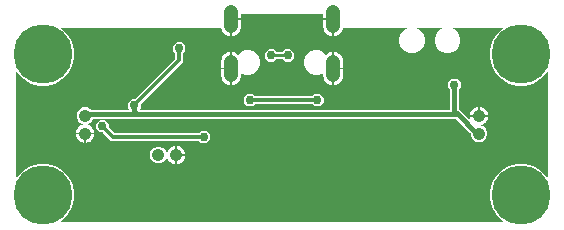
<source format=gbr>
G04 EAGLE Gerber RS-274X export*
G75*
%MOMM*%
%FSLAX34Y34*%
%LPD*%
%INBottom Copper*%
%IPPOS*%
%AMOC8*
5,1,8,0,0,1.08239X$1,22.5*%
G01*
%ADD10C,1.158000*%
%ADD11C,1.058000*%
%ADD12C,0.756400*%
%ADD13C,0.304800*%
%ADD14C,0.254000*%
%ADD15C,0.406400*%
%ADD16C,5.000000*%

G36*
X425152Y37022D02*
X425152Y37022D01*
X425225Y37035D01*
X425235Y37042D01*
X425247Y37045D01*
X425305Y37093D01*
X425366Y37136D01*
X425372Y37147D01*
X425381Y37155D01*
X425412Y37223D01*
X425447Y37289D01*
X425447Y37302D01*
X425452Y37313D01*
X425449Y37388D01*
X425451Y37463D01*
X425446Y37474D01*
X425445Y37486D01*
X425410Y37552D01*
X425378Y37620D01*
X425368Y37629D01*
X425363Y37639D01*
X425332Y37660D01*
X425269Y37715D01*
X424245Y38306D01*
X419306Y43245D01*
X415814Y49293D01*
X414007Y56039D01*
X414007Y63023D01*
X415814Y69769D01*
X419306Y75818D01*
X424245Y80756D01*
X430293Y84248D01*
X437039Y86056D01*
X444023Y86056D01*
X450769Y84248D01*
X456818Y80756D01*
X461756Y75818D01*
X462348Y74794D01*
X462399Y74739D01*
X462446Y74681D01*
X462458Y74676D01*
X462466Y74667D01*
X462536Y74641D01*
X462604Y74611D01*
X462617Y74611D01*
X462628Y74607D01*
X462703Y74614D01*
X462778Y74617D01*
X462788Y74623D01*
X462801Y74624D01*
X462864Y74664D01*
X462930Y74700D01*
X462937Y74710D01*
X462947Y74717D01*
X462987Y74781D01*
X463030Y74842D01*
X463032Y74855D01*
X463038Y74864D01*
X463041Y74902D01*
X463057Y74984D01*
X463057Y163141D01*
X463040Y163214D01*
X463028Y163288D01*
X463021Y163298D01*
X463018Y163310D01*
X462970Y163368D01*
X462926Y163428D01*
X462915Y163434D01*
X462907Y163444D01*
X462839Y163474D01*
X462773Y163509D01*
X462761Y163509D01*
X462749Y163514D01*
X462675Y163512D01*
X462600Y163514D01*
X462589Y163508D01*
X462576Y163508D01*
X462510Y163472D01*
X462443Y163441D01*
X462434Y163430D01*
X462424Y163425D01*
X462402Y163394D01*
X462348Y163331D01*
X461756Y162307D01*
X456818Y157369D01*
X450769Y153877D01*
X444023Y152069D01*
X437039Y152069D01*
X430293Y153877D01*
X424245Y157369D01*
X419306Y162307D01*
X415814Y168356D01*
X414007Y175102D01*
X414007Y182086D01*
X415814Y188832D01*
X419306Y194880D01*
X424245Y199819D01*
X425269Y200410D01*
X425323Y200461D01*
X425381Y200509D01*
X425386Y200520D01*
X425395Y200529D01*
X425421Y200599D01*
X425452Y200667D01*
X425451Y200679D01*
X425456Y200691D01*
X425448Y200765D01*
X425445Y200840D01*
X425439Y200851D01*
X425438Y200863D01*
X425398Y200927D01*
X425363Y200992D01*
X425353Y200999D01*
X425346Y201010D01*
X425282Y201049D01*
X425221Y201092D01*
X425208Y201095D01*
X425198Y201100D01*
X425160Y201104D01*
X425079Y201120D01*
X382789Y201120D01*
X382777Y201117D01*
X382764Y201119D01*
X382693Y201097D01*
X382621Y201080D01*
X382611Y201072D01*
X382598Y201068D01*
X382544Y201017D01*
X382487Y200970D01*
X382482Y200958D01*
X382472Y200949D01*
X382446Y200880D01*
X382416Y200812D01*
X382417Y200799D01*
X382412Y200787D01*
X382420Y200713D01*
X382423Y200639D01*
X382429Y200627D01*
X382430Y200614D01*
X382470Y200552D01*
X382505Y200486D01*
X382516Y200479D01*
X382523Y200468D01*
X382644Y200388D01*
X384292Y199706D01*
X387346Y196651D01*
X388999Y192660D01*
X388999Y188340D01*
X387346Y184349D01*
X384292Y181294D01*
X380301Y179641D01*
X375981Y179641D01*
X371990Y181294D01*
X368935Y184349D01*
X367282Y188340D01*
X367282Y192660D01*
X368935Y196651D01*
X371990Y199706D01*
X373637Y200388D01*
X373648Y200396D01*
X373661Y200399D01*
X373718Y200446D01*
X373778Y200489D01*
X373784Y200501D01*
X373794Y200509D01*
X373825Y200577D01*
X373859Y200642D01*
X373860Y200655D01*
X373865Y200667D01*
X373862Y200741D01*
X373864Y200815D01*
X373859Y200827D01*
X373859Y200840D01*
X373823Y200905D01*
X373792Y200973D01*
X373782Y200981D01*
X373776Y200992D01*
X373715Y201035D01*
X373657Y201082D01*
X373645Y201085D01*
X373634Y201092D01*
X373492Y201120D01*
X352789Y201120D01*
X352777Y201117D01*
X352764Y201119D01*
X352693Y201097D01*
X352621Y201080D01*
X352611Y201072D01*
X352598Y201068D01*
X352544Y201017D01*
X352487Y200970D01*
X352482Y200958D01*
X352472Y200949D01*
X352446Y200880D01*
X352416Y200812D01*
X352417Y200799D01*
X352412Y200787D01*
X352420Y200713D01*
X352423Y200639D01*
X352429Y200627D01*
X352430Y200614D01*
X352470Y200552D01*
X352505Y200486D01*
X352516Y200479D01*
X352523Y200468D01*
X352644Y200388D01*
X354292Y199706D01*
X357346Y196651D01*
X358999Y192660D01*
X358999Y188340D01*
X357346Y184349D01*
X354292Y181294D01*
X350301Y179641D01*
X345981Y179641D01*
X341990Y181294D01*
X338935Y184349D01*
X337282Y188340D01*
X337282Y192660D01*
X338935Y196651D01*
X341990Y199706D01*
X343637Y200388D01*
X343648Y200396D01*
X343661Y200399D01*
X343718Y200446D01*
X343778Y200489D01*
X343784Y200501D01*
X343794Y200509D01*
X343825Y200577D01*
X343859Y200642D01*
X343860Y200655D01*
X343865Y200667D01*
X343862Y200741D01*
X343864Y200815D01*
X343859Y200827D01*
X343859Y200840D01*
X343823Y200905D01*
X343792Y200973D01*
X343782Y200981D01*
X343776Y200992D01*
X343715Y201035D01*
X343657Y201082D01*
X343645Y201085D01*
X343634Y201092D01*
X343492Y201120D01*
X289843Y201120D01*
X289829Y201116D01*
X289815Y201119D01*
X289745Y201097D01*
X289674Y201080D01*
X289663Y201071D01*
X289650Y201067D01*
X289597Y201017D01*
X289540Y200970D01*
X289535Y200957D01*
X289525Y200948D01*
X289470Y200814D01*
X289349Y200205D01*
X289336Y200139D01*
X288708Y198623D01*
X287796Y197259D01*
X286635Y196098D01*
X285271Y195187D01*
X283755Y194559D01*
X282146Y194239D01*
X282086Y194239D01*
X282086Y205114D01*
X282073Y205172D01*
X282073Y205177D01*
X282071Y205180D01*
X282069Y205188D01*
X282056Y205263D01*
X282049Y205273D01*
X282047Y205283D01*
X282023Y205312D01*
X281975Y205383D01*
X281213Y206145D01*
X281191Y206159D01*
X281175Y206179D01*
X281118Y206204D01*
X281066Y206237D01*
X281040Y206239D01*
X281016Y206250D01*
X280955Y206247D01*
X280893Y206253D01*
X280869Y206244D01*
X280843Y206243D01*
X280789Y206214D01*
X280731Y206192D01*
X280714Y206173D01*
X280691Y206160D01*
X280656Y206110D01*
X280614Y206064D01*
X280606Y206040D01*
X280591Y206019D01*
X280575Y205934D01*
X280564Y205898D01*
X280566Y205888D01*
X280564Y205876D01*
X280564Y194239D01*
X280504Y194239D01*
X278895Y194559D01*
X277379Y195187D01*
X276015Y196098D01*
X274854Y197259D01*
X273942Y198623D01*
X273314Y200139D01*
X272994Y201749D01*
X272994Y207598D01*
X279635Y207598D01*
X279673Y207607D01*
X279711Y207606D01*
X279756Y207626D01*
X279804Y207638D01*
X279834Y207662D01*
X279869Y207678D01*
X279900Y207716D01*
X279938Y207748D01*
X279954Y207783D01*
X279978Y207813D01*
X279988Y207861D01*
X280009Y207906D01*
X280007Y207944D01*
X280016Y207982D01*
X280004Y208041D01*
X280002Y208079D01*
X279992Y208097D01*
X279987Y208124D01*
X279671Y208886D01*
X279634Y208938D01*
X279604Y208993D01*
X279584Y209007D01*
X279570Y209027D01*
X279514Y209056D01*
X279462Y209093D01*
X279436Y209098D01*
X279417Y209108D01*
X279379Y209109D01*
X279320Y209121D01*
X272994Y209121D01*
X272994Y212646D01*
X272983Y212695D01*
X272981Y212746D01*
X272963Y212779D01*
X272955Y212814D01*
X272922Y212854D01*
X272898Y212899D01*
X272868Y212920D01*
X272845Y212948D01*
X272798Y212969D01*
X272756Y212998D01*
X272714Y213006D01*
X272686Y213019D01*
X272656Y213018D01*
X272614Y213026D01*
X203636Y213026D01*
X203586Y213014D01*
X203535Y213012D01*
X203503Y212995D01*
X203467Y212986D01*
X203428Y212954D01*
X203383Y212930D01*
X203362Y212900D01*
X203334Y212876D01*
X203313Y212830D01*
X203283Y212788D01*
X203275Y212746D01*
X203263Y212718D01*
X203264Y212688D01*
X203256Y212646D01*
X203256Y209121D01*
X196930Y209121D01*
X196868Y209106D01*
X196805Y209099D01*
X196785Y209087D01*
X196762Y209081D01*
X196712Y209041D01*
X196659Y209007D01*
X196644Y208984D01*
X196628Y208971D01*
X196612Y208937D01*
X196579Y208886D01*
X196263Y208124D01*
X196257Y208086D01*
X196241Y208051D01*
X196243Y208002D01*
X196235Y207953D01*
X196246Y207916D01*
X196248Y207878D01*
X196271Y207834D01*
X196286Y207787D01*
X196312Y207759D01*
X196331Y207725D01*
X196371Y207697D01*
X196405Y207661D01*
X196441Y207648D01*
X196472Y207626D01*
X196532Y207614D01*
X196567Y207601D01*
X196588Y207603D01*
X196615Y207598D01*
X203256Y207598D01*
X203256Y201749D01*
X203176Y201346D01*
X203100Y200966D01*
X203100Y200965D01*
X202949Y200205D01*
X202936Y200139D01*
X202308Y198623D01*
X201396Y197259D01*
X200235Y196098D01*
X198871Y195187D01*
X197355Y194559D01*
X195746Y194239D01*
X195686Y194239D01*
X195686Y205876D01*
X195680Y205901D01*
X195683Y205927D01*
X195661Y205985D01*
X195647Y206045D01*
X195630Y206065D01*
X195621Y206089D01*
X195576Y206131D01*
X195537Y206179D01*
X195513Y206189D01*
X195494Y206207D01*
X195435Y206224D01*
X195378Y206250D01*
X195353Y206249D01*
X195328Y206256D01*
X195267Y206245D01*
X195205Y206243D01*
X195183Y206231D01*
X195157Y206226D01*
X195086Y206178D01*
X195053Y206160D01*
X195047Y206152D01*
X195037Y206145D01*
X194275Y205383D01*
X194235Y205319D01*
X194191Y205257D01*
X194189Y205245D01*
X194184Y205236D01*
X194180Y205199D01*
X194164Y205114D01*
X194164Y194239D01*
X194104Y194239D01*
X192495Y194559D01*
X190979Y195187D01*
X189615Y196098D01*
X188454Y197259D01*
X187542Y198623D01*
X186914Y200139D01*
X186780Y200814D01*
X186775Y200826D01*
X186774Y200840D01*
X186739Y200905D01*
X186709Y200971D01*
X186698Y200980D01*
X186691Y200992D01*
X186631Y201034D01*
X186574Y201081D01*
X186561Y201084D01*
X186550Y201092D01*
X186407Y201120D01*
X51171Y201120D01*
X51098Y201103D01*
X51025Y201090D01*
X51015Y201083D01*
X51003Y201080D01*
X50945Y201032D01*
X50884Y200989D01*
X50878Y200978D01*
X50869Y200970D01*
X50838Y200902D01*
X50803Y200836D01*
X50803Y200823D01*
X50798Y200812D01*
X50801Y200737D01*
X50799Y200662D01*
X50804Y200651D01*
X50805Y200639D01*
X50840Y200573D01*
X50872Y200505D01*
X50882Y200496D01*
X50887Y200486D01*
X50918Y200465D01*
X50981Y200410D01*
X52005Y199819D01*
X56944Y194880D01*
X60436Y188832D01*
X62243Y182086D01*
X62243Y175102D01*
X60436Y168356D01*
X56944Y162307D01*
X52005Y157369D01*
X45957Y153877D01*
X39211Y152069D01*
X32227Y152069D01*
X25481Y153877D01*
X19432Y157369D01*
X14494Y162307D01*
X13902Y163331D01*
X13851Y163386D01*
X13804Y163444D01*
X13792Y163449D01*
X13784Y163458D01*
X13714Y163484D01*
X13646Y163514D01*
X13633Y163514D01*
X13622Y163518D01*
X13547Y163511D01*
X13472Y163508D01*
X13462Y163502D01*
X13449Y163501D01*
X13386Y163461D01*
X13320Y163425D01*
X13313Y163415D01*
X13303Y163408D01*
X13263Y163344D01*
X13220Y163283D01*
X13218Y163270D01*
X13212Y163261D01*
X13209Y163223D01*
X13193Y163141D01*
X13193Y74984D01*
X13210Y74911D01*
X13222Y74837D01*
X13229Y74827D01*
X13232Y74815D01*
X13280Y74757D01*
X13324Y74697D01*
X13335Y74691D01*
X13343Y74681D01*
X13411Y74651D01*
X13477Y74616D01*
X13489Y74616D01*
X13501Y74611D01*
X13575Y74613D01*
X13650Y74611D01*
X13661Y74617D01*
X13674Y74617D01*
X13740Y74653D01*
X13807Y74684D01*
X13816Y74695D01*
X13826Y74700D01*
X13848Y74731D01*
X13902Y74794D01*
X14494Y75818D01*
X19432Y80756D01*
X25481Y84248D01*
X32227Y86056D01*
X39211Y86056D01*
X45957Y84248D01*
X52005Y80756D01*
X56944Y75818D01*
X60436Y69769D01*
X60480Y69606D01*
X60989Y67705D01*
X61498Y65804D01*
X61499Y65804D01*
X62008Y63902D01*
X62243Y63023D01*
X62243Y56039D01*
X60436Y49293D01*
X56944Y43245D01*
X52005Y38306D01*
X50981Y37715D01*
X50927Y37664D01*
X50869Y37616D01*
X50864Y37605D01*
X50855Y37596D01*
X50829Y37526D01*
X50798Y37458D01*
X50799Y37446D01*
X50794Y37434D01*
X50802Y37360D01*
X50805Y37285D01*
X50811Y37274D01*
X50812Y37262D01*
X50852Y37198D01*
X50887Y37133D01*
X50897Y37126D01*
X50904Y37115D01*
X50968Y37076D01*
X51029Y37033D01*
X51042Y37030D01*
X51052Y37025D01*
X51090Y37021D01*
X51171Y37005D01*
X425079Y37005D01*
X425152Y37022D01*
G37*
%LPC*%
G36*
X403406Y104494D02*
X403406Y104494D01*
X400808Y105570D01*
X398820Y107558D01*
X397744Y110156D01*
X397744Y111585D01*
X397726Y111659D01*
X397713Y111733D01*
X397707Y111743D01*
X397704Y111753D01*
X397681Y111782D01*
X397632Y111853D01*
X385345Y124140D01*
X385281Y124180D01*
X385219Y124224D01*
X385207Y124226D01*
X385198Y124232D01*
X385161Y124235D01*
X385077Y124252D01*
X78386Y124252D01*
X78324Y124237D01*
X78261Y124231D01*
X78240Y124218D01*
X78217Y124212D01*
X78168Y124172D01*
X78114Y124138D01*
X78099Y124115D01*
X78083Y124102D01*
X78068Y124068D01*
X78034Y124017D01*
X77430Y122558D01*
X75442Y120570D01*
X73632Y119820D01*
X73581Y119784D01*
X73526Y119754D01*
X73511Y119734D01*
X73491Y119719D01*
X73462Y119664D01*
X73425Y119613D01*
X73421Y119588D01*
X73410Y119566D01*
X73408Y119504D01*
X73398Y119442D01*
X73405Y119418D01*
X73405Y119393D01*
X73431Y119336D01*
X73449Y119276D01*
X73467Y119258D01*
X73477Y119236D01*
X73526Y119196D01*
X73569Y119151D01*
X73595Y119140D01*
X73612Y119127D01*
X73648Y119118D01*
X73703Y119096D01*
X73722Y119092D01*
X75147Y118502D01*
X76429Y117645D01*
X77520Y116554D01*
X78377Y115272D01*
X78967Y113847D01*
X79268Y112334D01*
X79268Y112324D01*
X71819Y112324D01*
X71769Y112312D01*
X71718Y112310D01*
X71686Y112293D01*
X71650Y112284D01*
X71611Y112252D01*
X71566Y112227D01*
X71545Y112197D01*
X71516Y112174D01*
X71495Y112127D01*
X71466Y112086D01*
X71458Y112044D01*
X71445Y112016D01*
X71446Y111989D01*
X71445Y111987D01*
X71446Y111981D01*
X71438Y111943D01*
X71438Y111562D01*
X71437Y111562D01*
X71437Y111943D01*
X71425Y111993D01*
X71423Y112044D01*
X71406Y112076D01*
X71397Y112112D01*
X71365Y112152D01*
X71340Y112196D01*
X71310Y112217D01*
X71287Y112246D01*
X71240Y112267D01*
X71199Y112296D01*
X71157Y112304D01*
X71129Y112317D01*
X71098Y112316D01*
X71056Y112324D01*
X63607Y112324D01*
X63607Y112334D01*
X63660Y112603D01*
X63736Y112983D01*
X63908Y113847D01*
X64498Y115272D01*
X65355Y116554D01*
X66446Y117645D01*
X67728Y118502D01*
X69153Y119092D01*
X69172Y119096D01*
X69229Y119122D01*
X69289Y119140D01*
X69307Y119157D01*
X69330Y119168D01*
X69369Y119216D01*
X69415Y119259D01*
X69424Y119283D01*
X69439Y119302D01*
X69453Y119363D01*
X69475Y119422D01*
X69472Y119446D01*
X69478Y119471D01*
X69463Y119532D01*
X69457Y119594D01*
X69444Y119615D01*
X69438Y119639D01*
X69398Y119687D01*
X69364Y119740D01*
X69341Y119756D01*
X69327Y119772D01*
X69293Y119788D01*
X69243Y119820D01*
X67433Y120570D01*
X65445Y122558D01*
X64369Y125156D01*
X64369Y127969D01*
X65445Y130567D01*
X67433Y132555D01*
X70031Y133631D01*
X72844Y133631D01*
X75442Y132555D01*
X76012Y131985D01*
X76077Y131945D01*
X76139Y131901D01*
X76151Y131899D01*
X76159Y131893D01*
X76196Y131890D01*
X76281Y131873D01*
X108104Y131873D01*
X108130Y131879D01*
X108155Y131877D01*
X108213Y131899D01*
X108273Y131913D01*
X108293Y131929D01*
X108317Y131938D01*
X108359Y131984D01*
X108407Y132023D01*
X108417Y132046D01*
X108435Y132065D01*
X108452Y132125D01*
X108478Y132181D01*
X108477Y132207D01*
X108484Y132232D01*
X108473Y132292D01*
X108471Y132354D01*
X108459Y132377D01*
X108454Y132402D01*
X108406Y132474D01*
X108388Y132506D01*
X108380Y132512D01*
X108373Y132522D01*
X107693Y133202D01*
X107693Y137599D01*
X110802Y140707D01*
X113478Y140707D01*
X113552Y140725D01*
X113627Y140738D01*
X113637Y140744D01*
X113647Y140747D01*
X113676Y140770D01*
X113747Y140819D01*
X147586Y174657D01*
X147626Y174722D01*
X147670Y174784D01*
X147672Y174796D01*
X147677Y174804D01*
X147681Y174841D01*
X147697Y174926D01*
X147697Y179453D01*
X147680Y179527D01*
X147667Y179602D01*
X147660Y179612D01*
X147658Y179622D01*
X147634Y179650D01*
X147586Y179722D01*
X145693Y181614D01*
X145693Y186011D01*
X148802Y189119D01*
X153198Y189119D01*
X156307Y186011D01*
X156307Y181614D01*
X154414Y179722D01*
X154374Y179657D01*
X154330Y179595D01*
X154328Y179583D01*
X154323Y179575D01*
X154319Y179538D01*
X154303Y179453D01*
X154303Y172032D01*
X118418Y136148D01*
X118394Y136108D01*
X118385Y136101D01*
X118374Y136078D01*
X118334Y136021D01*
X118332Y136009D01*
X118327Y136001D01*
X118323Y135964D01*
X118314Y135943D01*
X118315Y135919D01*
X118307Y135879D01*
X118307Y133202D01*
X117627Y132522D01*
X117613Y132500D01*
X117593Y132484D01*
X117568Y132428D01*
X117535Y132375D01*
X117533Y132350D01*
X117522Y132326D01*
X117525Y132264D01*
X117519Y132203D01*
X117528Y132179D01*
X117529Y132153D01*
X117558Y132098D01*
X117580Y132041D01*
X117599Y132023D01*
X117612Y132001D01*
X117662Y131965D01*
X117707Y131923D01*
X117732Y131916D01*
X117753Y131901D01*
X117838Y131884D01*
X117874Y131874D01*
X117884Y131876D01*
X117896Y131873D01*
X379809Y131873D01*
X379859Y131885D01*
X379910Y131887D01*
X379942Y131904D01*
X379978Y131913D01*
X380017Y131945D01*
X380062Y131970D01*
X380083Y132000D01*
X380111Y132023D01*
X380132Y132070D01*
X380162Y132111D01*
X380170Y132153D01*
X380182Y132181D01*
X380181Y132212D01*
X380189Y132253D01*
X380189Y148961D01*
X380172Y149035D01*
X380159Y149110D01*
X380152Y149120D01*
X380150Y149130D01*
X380126Y149158D01*
X380078Y149230D01*
X378693Y150614D01*
X378693Y155011D01*
X381802Y158119D01*
X386198Y158119D01*
X389307Y155011D01*
X389307Y150614D01*
X387922Y149230D01*
X387882Y149165D01*
X387838Y149103D01*
X387836Y149091D01*
X387831Y149083D01*
X387827Y149046D01*
X387811Y148961D01*
X387811Y132611D01*
X387828Y132537D01*
X387841Y132462D01*
X387848Y132452D01*
X387850Y132442D01*
X387874Y132413D01*
X387922Y132342D01*
X388280Y131985D01*
X396848Y123416D01*
X396859Y123409D01*
X396867Y123399D01*
X396932Y123364D01*
X396995Y123325D01*
X397008Y123324D01*
X397020Y123317D01*
X397094Y123315D01*
X397168Y123308D01*
X397180Y123313D01*
X397193Y123312D01*
X397260Y123343D01*
X397330Y123370D01*
X397338Y123379D01*
X397350Y123385D01*
X397397Y123443D01*
X397447Y123497D01*
X397451Y123509D01*
X397459Y123520D01*
X397475Y123592D01*
X397496Y123663D01*
X397494Y123676D01*
X397497Y123689D01*
X397477Y123787D01*
X397476Y123803D01*
X397472Y123811D01*
X397468Y123831D01*
X397283Y124278D01*
X396982Y125791D01*
X396982Y125801D01*
X404431Y125801D01*
X404481Y125813D01*
X404532Y125815D01*
X404564Y125832D01*
X404600Y125841D01*
X404639Y125873D01*
X404684Y125898D01*
X404705Y125928D01*
X404734Y125951D01*
X404755Y125998D01*
X404784Y126039D01*
X404792Y126081D01*
X404805Y126109D01*
X404803Y126140D01*
X404812Y126182D01*
X404812Y126563D01*
X404813Y126563D01*
X404813Y126182D01*
X404825Y126132D01*
X404827Y126081D01*
X404844Y126049D01*
X404853Y126013D01*
X404885Y125973D01*
X404910Y125929D01*
X404940Y125908D01*
X404963Y125879D01*
X405010Y125858D01*
X405051Y125829D01*
X405093Y125821D01*
X405121Y125808D01*
X405152Y125809D01*
X405194Y125801D01*
X412643Y125801D01*
X412643Y125791D01*
X412545Y125296D01*
X412469Y124916D01*
X412469Y124915D01*
X412393Y124535D01*
X412342Y124278D01*
X411752Y122853D01*
X410895Y121571D01*
X409804Y120480D01*
X408522Y119623D01*
X407097Y119033D01*
X407078Y119029D01*
X407021Y119003D01*
X406961Y118985D01*
X406943Y118968D01*
X406920Y118957D01*
X406881Y118909D01*
X406835Y118866D01*
X406826Y118842D01*
X406811Y118823D01*
X406797Y118762D01*
X406775Y118703D01*
X406778Y118679D01*
X406772Y118654D01*
X406787Y118593D01*
X406793Y118531D01*
X406806Y118510D01*
X406812Y118486D01*
X406852Y118438D01*
X406886Y118385D01*
X406909Y118369D01*
X406923Y118353D01*
X406957Y118337D01*
X407007Y118305D01*
X408817Y117555D01*
X410805Y115567D01*
X411881Y112969D01*
X411881Y110156D01*
X410805Y107558D01*
X408817Y105570D01*
X406219Y104494D01*
X403406Y104494D01*
G37*
%LPD*%
%LPC*%
G36*
X169802Y103506D02*
X169802Y103506D01*
X167909Y105398D01*
X167845Y105438D01*
X167783Y105482D01*
X167771Y105484D01*
X167762Y105490D01*
X167725Y105493D01*
X167640Y105510D01*
X93632Y105510D01*
X86747Y112394D01*
X86683Y112434D01*
X86621Y112478D01*
X86609Y112480D01*
X86600Y112486D01*
X86563Y112489D01*
X86478Y112506D01*
X83802Y112506D01*
X80693Y115614D01*
X80693Y120011D01*
X83802Y123119D01*
X88198Y123119D01*
X91307Y120011D01*
X91307Y117334D01*
X91324Y117260D01*
X91337Y117185D01*
X91344Y117175D01*
X91346Y117165D01*
X91370Y117137D01*
X91418Y117065D01*
X96257Y112227D01*
X96321Y112187D01*
X96383Y112143D01*
X96395Y112141D01*
X96404Y112135D01*
X96441Y112132D01*
X96526Y112115D01*
X167640Y112115D01*
X167714Y112133D01*
X167789Y112146D01*
X167799Y112152D01*
X167809Y112155D01*
X167838Y112178D01*
X167909Y112227D01*
X169802Y114119D01*
X174198Y114119D01*
X177307Y111011D01*
X177307Y106614D01*
X174198Y103506D01*
X169802Y103506D01*
G37*
%LPD*%
%LPC*%
G36*
X208802Y134506D02*
X208802Y134506D01*
X205693Y137614D01*
X205693Y142011D01*
X208802Y145119D01*
X213198Y145119D01*
X215091Y143227D01*
X215155Y143187D01*
X215217Y143143D01*
X215229Y143141D01*
X215238Y143135D01*
X215275Y143132D01*
X215360Y143115D01*
X263640Y143115D01*
X263714Y143133D01*
X263789Y143146D01*
X263799Y143152D01*
X263809Y143155D01*
X263838Y143178D01*
X263909Y143227D01*
X265802Y145119D01*
X270198Y145119D01*
X273307Y142011D01*
X273307Y137614D01*
X270198Y134506D01*
X265802Y134506D01*
X263909Y136398D01*
X263845Y136438D01*
X263783Y136482D01*
X263771Y136484D01*
X263762Y136490D01*
X263725Y136493D01*
X263640Y136510D01*
X215360Y136510D01*
X215286Y136492D01*
X215211Y136479D01*
X215201Y136473D01*
X215191Y136470D01*
X215162Y136447D01*
X215091Y136398D01*
X213198Y134506D01*
X208802Y134506D01*
G37*
%LPD*%
%LPC*%
G36*
X195686Y152439D02*
X195686Y152439D01*
X195686Y166178D01*
X195675Y166228D01*
X195673Y166279D01*
X195655Y166311D01*
X195647Y166347D01*
X195614Y166386D01*
X195590Y166431D01*
X195560Y166452D01*
X195537Y166481D01*
X195490Y166502D01*
X195448Y166531D01*
X195406Y166539D01*
X195378Y166552D01*
X195348Y166550D01*
X195306Y166558D01*
X194924Y166558D01*
X194924Y166560D01*
X195306Y166560D01*
X195356Y166572D01*
X195407Y166574D01*
X195439Y166591D01*
X195475Y166600D01*
X195514Y166632D01*
X195559Y166657D01*
X195580Y166687D01*
X195608Y166710D01*
X195629Y166757D01*
X195659Y166798D01*
X195667Y166840D01*
X195679Y166868D01*
X195678Y166899D01*
X195686Y166941D01*
X195686Y180680D01*
X195746Y180680D01*
X197355Y180360D01*
X198871Y179732D01*
X200235Y178820D01*
X200617Y178439D01*
X200660Y178412D01*
X200698Y178377D01*
X200733Y178367D01*
X200764Y178347D01*
X200815Y178342D01*
X200864Y178328D01*
X200900Y178334D01*
X200937Y178331D01*
X200984Y178349D01*
X201035Y178358D01*
X201070Y178381D01*
X201099Y178392D01*
X201120Y178415D01*
X201155Y178439D01*
X203357Y180641D01*
X207165Y182218D01*
X211285Y182218D01*
X215093Y180641D01*
X218007Y177727D01*
X219584Y173920D01*
X219584Y169799D01*
X218007Y165992D01*
X215093Y163078D01*
X211285Y161501D01*
X207165Y161501D01*
X203781Y162902D01*
X203743Y162908D01*
X203708Y162924D01*
X203659Y162922D01*
X203610Y162930D01*
X203574Y162919D01*
X203535Y162917D01*
X203492Y162894D01*
X203445Y162879D01*
X203417Y162853D01*
X203383Y162835D01*
X203355Y162794D01*
X203319Y162760D01*
X203305Y162724D01*
X203283Y162693D01*
X203272Y162633D01*
X203259Y162598D01*
X203261Y162577D01*
X203256Y162551D01*
X203256Y159949D01*
X203170Y159518D01*
X203094Y159138D01*
X202943Y158378D01*
X202943Y158377D01*
X202936Y158339D01*
X202308Y156823D01*
X201396Y155459D01*
X200235Y154298D01*
X198871Y153387D01*
X197355Y152759D01*
X195746Y152439D01*
X195686Y152439D01*
G37*
%LPD*%
%LPC*%
G36*
X280504Y152439D02*
X280504Y152439D01*
X278895Y152759D01*
X277379Y153387D01*
X276015Y154298D01*
X274854Y155459D01*
X273942Y156823D01*
X273314Y158339D01*
X272994Y159949D01*
X272994Y162551D01*
X272985Y162588D01*
X272987Y162627D01*
X272966Y162671D01*
X272955Y162719D01*
X272930Y162749D01*
X272914Y162784D01*
X272876Y162815D01*
X272845Y162853D01*
X272809Y162869D01*
X272780Y162893D01*
X272732Y162904D01*
X272686Y162924D01*
X272648Y162922D01*
X272610Y162931D01*
X272551Y162919D01*
X272513Y162917D01*
X272495Y162907D01*
X272468Y162902D01*
X269085Y161501D01*
X264965Y161501D01*
X261157Y163078D01*
X258243Y165992D01*
X256666Y169799D01*
X256666Y173920D01*
X258243Y177727D01*
X261157Y180641D01*
X264965Y182218D01*
X269085Y182218D01*
X272893Y180641D01*
X275095Y178439D01*
X275139Y178412D01*
X275176Y178377D01*
X275211Y178367D01*
X275242Y178347D01*
X275293Y178342D01*
X275342Y178328D01*
X275378Y178334D01*
X275415Y178331D01*
X275462Y178349D01*
X275513Y178358D01*
X275548Y178381D01*
X275577Y178392D01*
X275598Y178415D01*
X275633Y178439D01*
X276015Y178820D01*
X277379Y179732D01*
X278895Y180360D01*
X280504Y180680D01*
X280564Y180680D01*
X280564Y166941D01*
X280575Y166891D01*
X280577Y166840D01*
X280595Y166808D01*
X280603Y166772D01*
X280636Y166732D01*
X280660Y166688D01*
X280690Y166667D01*
X280713Y166638D01*
X280760Y166617D01*
X280802Y166588D01*
X280844Y166580D01*
X280872Y166567D01*
X280902Y166568D01*
X280944Y166560D01*
X281326Y166560D01*
X281326Y166558D01*
X280944Y166558D01*
X280894Y166547D01*
X280843Y166545D01*
X280811Y166527D01*
X280775Y166519D01*
X280736Y166487D01*
X280691Y166462D01*
X280670Y166432D01*
X280642Y166409D01*
X280621Y166362D01*
X280591Y166320D01*
X280583Y166279D01*
X280571Y166251D01*
X280572Y166220D01*
X280564Y166178D01*
X280564Y152439D01*
X280504Y152439D01*
G37*
%LPD*%
%LPC*%
G36*
X147744Y85435D02*
X147744Y85435D01*
X146232Y85736D01*
X144806Y86326D01*
X143524Y87183D01*
X142433Y88274D01*
X141576Y89556D01*
X140986Y90982D01*
X140982Y91000D01*
X140956Y91057D01*
X140938Y91117D01*
X140921Y91135D01*
X140910Y91158D01*
X140862Y91197D01*
X140819Y91243D01*
X140796Y91252D01*
X140776Y91267D01*
X140715Y91281D01*
X140656Y91303D01*
X140632Y91301D01*
X140607Y91306D01*
X140546Y91292D01*
X140484Y91285D01*
X140463Y91272D01*
X140439Y91266D01*
X140391Y91226D01*
X140338Y91192D01*
X140322Y91169D01*
X140306Y91155D01*
X140291Y91121D01*
X140258Y91071D01*
X139508Y89261D01*
X137520Y87273D01*
X134922Y86197D01*
X132110Y86197D01*
X129511Y87273D01*
X127523Y89261D01*
X126447Y91860D01*
X126447Y94672D01*
X127523Y97270D01*
X129511Y99258D01*
X132110Y100334D01*
X134922Y100334D01*
X137520Y99258D01*
X139508Y97270D01*
X140258Y95460D01*
X140294Y95409D01*
X140324Y95354D01*
X140344Y95339D01*
X140359Y95319D01*
X140414Y95290D01*
X140465Y95253D01*
X140490Y95249D01*
X140512Y95238D01*
X140574Y95236D01*
X140636Y95226D01*
X140660Y95234D01*
X140685Y95233D01*
X140742Y95259D01*
X140802Y95278D01*
X140820Y95295D01*
X140843Y95305D01*
X140882Y95354D01*
X140927Y95397D01*
X140938Y95423D01*
X140951Y95440D01*
X140960Y95476D01*
X140982Y95531D01*
X140986Y95550D01*
X141576Y96975D01*
X142433Y98257D01*
X143524Y99348D01*
X144806Y100205D01*
X146232Y100795D01*
X147744Y101096D01*
X147754Y101096D01*
X147754Y93647D01*
X147766Y93597D01*
X147768Y93546D01*
X147785Y93514D01*
X147794Y93478D01*
X147826Y93439D01*
X147851Y93394D01*
X147881Y93373D01*
X147904Y93344D01*
X147951Y93323D01*
X147992Y93294D01*
X148034Y93286D01*
X148062Y93273D01*
X148093Y93275D01*
X148135Y93267D01*
X148517Y93267D01*
X148517Y93265D01*
X148135Y93265D01*
X148085Y93253D01*
X148034Y93251D01*
X148002Y93234D01*
X147966Y93225D01*
X147927Y93193D01*
X147882Y93168D01*
X147861Y93138D01*
X147832Y93115D01*
X147811Y93068D01*
X147782Y93027D01*
X147774Y92985D01*
X147761Y92957D01*
X147763Y92926D01*
X147754Y92884D01*
X147754Y85435D01*
X147744Y85435D01*
G37*
%LPD*%
%LPC*%
G36*
X226851Y172506D02*
X226851Y172506D01*
X223742Y175614D01*
X223742Y180011D01*
X226851Y183119D01*
X231247Y183119D01*
X233394Y180973D01*
X233458Y180933D01*
X233520Y180889D01*
X233532Y180887D01*
X233541Y180881D01*
X233578Y180878D01*
X233663Y180861D01*
X238386Y180861D01*
X238460Y180879D01*
X238535Y180892D01*
X238545Y180898D01*
X238555Y180901D01*
X238584Y180924D01*
X238655Y180973D01*
X240802Y183119D01*
X245198Y183119D01*
X248307Y180011D01*
X248307Y175614D01*
X245198Y172506D01*
X240802Y172506D01*
X238655Y174652D01*
X238591Y174692D01*
X238529Y174736D01*
X238517Y174738D01*
X238508Y174744D01*
X238471Y174747D01*
X238386Y174764D01*
X233663Y174764D01*
X233589Y174746D01*
X233514Y174733D01*
X233504Y174727D01*
X233494Y174724D01*
X233465Y174701D01*
X233394Y174652D01*
X231247Y172506D01*
X226851Y172506D01*
G37*
%LPD*%
%LPC*%
G36*
X282086Y167321D02*
X282086Y167321D01*
X282086Y180680D01*
X282146Y180680D01*
X283755Y180360D01*
X285271Y179732D01*
X286635Y178820D01*
X287796Y177660D01*
X288708Y176296D01*
X289336Y174779D01*
X289656Y173170D01*
X289656Y167321D01*
X282086Y167321D01*
G37*
%LPD*%
%LPC*%
G36*
X282086Y152439D02*
X282086Y152439D01*
X282086Y165798D01*
X289656Y165798D01*
X289656Y159949D01*
X289570Y159518D01*
X289494Y159138D01*
X289343Y158378D01*
X289343Y158377D01*
X289336Y158339D01*
X288708Y156823D01*
X287796Y155459D01*
X286635Y154298D01*
X285271Y153387D01*
X283755Y152759D01*
X282146Y152439D01*
X282086Y152439D01*
G37*
%LPD*%
%LPC*%
G36*
X186594Y167321D02*
X186594Y167321D01*
X186594Y173170D01*
X186724Y173823D01*
X186800Y174203D01*
X186914Y174779D01*
X187542Y176296D01*
X188454Y177660D01*
X189615Y178820D01*
X190979Y179732D01*
X192495Y180360D01*
X194104Y180680D01*
X194164Y180680D01*
X194164Y167321D01*
X186594Y167321D01*
G37*
%LPD*%
%LPC*%
G36*
X194104Y152439D02*
X194104Y152439D01*
X192495Y152759D01*
X190979Y153387D01*
X189615Y154298D01*
X188454Y155459D01*
X187542Y156823D01*
X186914Y158339D01*
X186594Y159949D01*
X186594Y165798D01*
X194164Y165798D01*
X194164Y152439D01*
X194104Y152439D01*
G37*
%LPD*%
%LPC*%
G36*
X405574Y127324D02*
X405574Y127324D01*
X405574Y134393D01*
X405584Y134393D01*
X407097Y134092D01*
X408522Y133502D01*
X409804Y132645D01*
X410895Y131554D01*
X411752Y130272D01*
X412342Y128847D01*
X412643Y127334D01*
X412643Y127324D01*
X405574Y127324D01*
G37*
%LPD*%
%LPC*%
G36*
X149277Y94027D02*
X149277Y94027D01*
X149277Y101096D01*
X149287Y101096D01*
X150800Y100795D01*
X152225Y100205D01*
X153507Y99348D01*
X154598Y98257D01*
X155455Y96975D01*
X156045Y95550D01*
X156346Y94037D01*
X156346Y94027D01*
X149277Y94027D01*
G37*
%LPD*%
%LPC*%
G36*
X72199Y103732D02*
X72199Y103732D01*
X72199Y110801D01*
X79268Y110801D01*
X79268Y110791D01*
X79204Y110466D01*
X78977Y109325D01*
X78967Y109278D01*
X78377Y107853D01*
X77520Y106571D01*
X76429Y105480D01*
X75147Y104623D01*
X73722Y104033D01*
X72209Y103732D01*
X72199Y103732D01*
G37*
%LPD*%
%LPC*%
G36*
X396982Y127324D02*
X396982Y127324D01*
X396982Y127334D01*
X397001Y127432D01*
X397153Y128193D01*
X397228Y128573D01*
X397283Y128847D01*
X397873Y130272D01*
X398730Y131554D01*
X399821Y132645D01*
X401103Y133502D01*
X402528Y134092D01*
X404041Y134393D01*
X404051Y134393D01*
X404051Y127324D01*
X396982Y127324D01*
G37*
%LPD*%
%LPC*%
G36*
X149277Y85435D02*
X149277Y85435D01*
X149277Y92504D01*
X156346Y92504D01*
X156346Y92494D01*
X156215Y91834D01*
X156139Y91454D01*
X156139Y91453D01*
X156045Y90982D01*
X155455Y89556D01*
X154598Y88274D01*
X153507Y87183D01*
X152225Y86326D01*
X150800Y85736D01*
X149287Y85435D01*
X149277Y85435D01*
G37*
%LPD*%
%LPC*%
G36*
X70666Y103732D02*
X70666Y103732D01*
X69153Y104033D01*
X67728Y104623D01*
X66446Y105480D01*
X65355Y106571D01*
X64498Y107853D01*
X63908Y109278D01*
X63607Y110791D01*
X63607Y110801D01*
X70676Y110801D01*
X70676Y103732D01*
X70666Y103732D01*
G37*
%LPD*%
D10*
X281325Y172349D02*
X281325Y160769D01*
X194925Y160769D02*
X194925Y172349D01*
X281325Y202569D02*
X281325Y214149D01*
X194925Y214149D02*
X194925Y202569D01*
D11*
X71438Y111563D03*
X71438Y126563D03*
X148516Y93266D03*
X133516Y93266D03*
X404813Y126563D03*
X404813Y111563D03*
D12*
X172000Y108813D03*
D13*
X95000Y108813D01*
X86000Y117813D01*
D12*
X86000Y117813D03*
X243000Y177813D03*
X229049Y177813D03*
D14*
X243000Y177813D01*
D12*
X268000Y139813D03*
D13*
X211000Y139813D01*
D12*
X211000Y139813D03*
D15*
X115000Y128063D02*
X386813Y128063D01*
X384000Y130875D01*
X384000Y152813D01*
D12*
X384000Y152813D03*
X113000Y135401D03*
D13*
X151000Y173401D01*
X151000Y183813D01*
D12*
X151000Y183813D03*
D15*
X72938Y128063D02*
X71438Y126563D01*
X72938Y128063D02*
X115000Y128063D01*
X113000Y130063D02*
X113000Y135401D01*
X113000Y130063D02*
X115000Y128063D01*
X386813Y128063D02*
X403313Y111563D01*
X404813Y111563D01*
D16*
X35719Y178594D03*
X35719Y59531D03*
X440531Y59531D03*
X440531Y178594D03*
M02*

</source>
